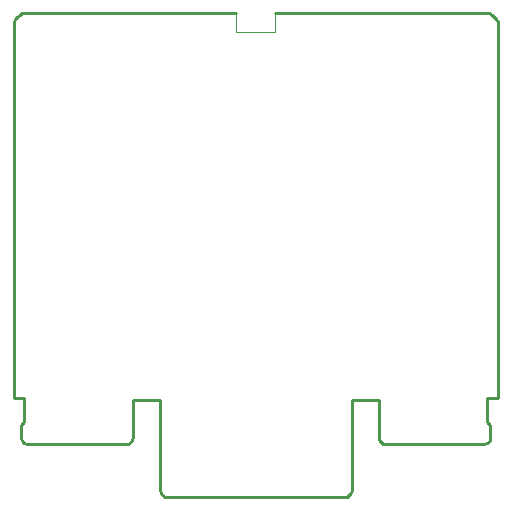
<source format=gm1>
G04 #@! TF.GenerationSoftware,KiCad,Pcbnew,8.0.1*
G04 #@! TF.CreationDate,2024-04-27T09:51:47+09:30*
G04 #@! TF.ProjectId,hawk,6861776b-2e6b-4696-9361-645f70636258,1*
G04 #@! TF.SameCoordinates,Original*
G04 #@! TF.FileFunction,Profile,NP*
%FSLAX46Y46*%
G04 Gerber Fmt 4.6, Leading zero omitted, Abs format (unit mm)*
G04 Created by KiCad (PCBNEW 8.0.1) date 2024-04-27 09:51:47*
%MOMM*%
%LPD*%
G01*
G04 APERTURE LIST*
G04 #@! TA.AperFunction,Profile*
%ADD10C,0.254000*%
G04 #@! TD*
G04 #@! TA.AperFunction,Profile*
%ADD11C,0.100000*%
G04 #@! TD*
G04 APERTURE END LIST*
D10*
X146976300Y-81876500D02*
X129145500Y-81876500D01*
X159431300Y-118328900D02*
X159670500Y-118376500D01*
X128817000Y-118126500D02*
X129000000Y-118309500D01*
X138197900Y-117990700D02*
X138245500Y-117751500D01*
D11*
X150276300Y-81876500D02*
X150276300Y-83439000D01*
D10*
X169145500Y-114476500D02*
X168245500Y-114476500D01*
X168000000Y-118376500D02*
X168250000Y-118309500D01*
X128438400Y-82169400D02*
X128279500Y-82376500D01*
X168433000Y-118126500D02*
X168500000Y-117876500D01*
X169111400Y-82617700D02*
X169011500Y-82376500D01*
X168000000Y-118376500D02*
X159670500Y-118376500D01*
X128279500Y-82376500D02*
X128179600Y-82617700D01*
X137859700Y-118328900D02*
X138062400Y-118193400D01*
X128179600Y-82617700D02*
X128145500Y-82876500D01*
X159228600Y-118193400D02*
X159431300Y-118328900D01*
X129000000Y-118309500D02*
X129250000Y-118376500D01*
X138062400Y-118193400D02*
X138197900Y-117990700D01*
X140535500Y-114626500D02*
X138258000Y-114626500D01*
X140718600Y-122693400D02*
X140921300Y-122828900D01*
X168645500Y-82010500D02*
X168404300Y-81910600D01*
X140921300Y-122828900D02*
X141160500Y-122876500D01*
X168245500Y-114476500D02*
X168245500Y-116476500D01*
X156572400Y-122693400D02*
X156707900Y-122490700D01*
X156130500Y-122876500D02*
X141160500Y-122876500D01*
X168250000Y-118309500D02*
X168433000Y-118126500D01*
X156707900Y-122490700D02*
X156755500Y-122251500D01*
X137620500Y-118376500D02*
X137859700Y-118328900D01*
X137620500Y-118376500D02*
X129250000Y-118376500D01*
X140583100Y-122490700D02*
X140718600Y-122693400D01*
X159045500Y-114626500D02*
X159045500Y-117751500D01*
X128645500Y-82010500D02*
X128438400Y-82169400D01*
X129145500Y-81876500D02*
X128886700Y-81910600D01*
X129045500Y-116476500D02*
X128750000Y-116789200D01*
X168500000Y-116789200D02*
X168245500Y-116476500D01*
X168145500Y-81876500D02*
X150276300Y-81876500D01*
X156130500Y-122876500D02*
X156369700Y-122828900D01*
X140535500Y-122251500D02*
X140583100Y-122490700D01*
X129045500Y-114476500D02*
X129045500Y-116476500D01*
X168404300Y-81910600D02*
X168145500Y-81876500D01*
X168852600Y-82169400D02*
X168645500Y-82010500D01*
X128886700Y-81910600D02*
X128645500Y-82010500D01*
X128145500Y-82876500D02*
X128145500Y-114476500D01*
D11*
X150276300Y-83439000D02*
X146976300Y-83439000D01*
D10*
X128750000Y-117876500D02*
X128817000Y-118126500D01*
D11*
X146976300Y-83439000D02*
X146976300Y-81876500D01*
D10*
X156369700Y-122828900D02*
X156572400Y-122693400D01*
X138258000Y-114626500D02*
X138245500Y-117751500D01*
X159045500Y-114626500D02*
X156755500Y-114626500D01*
X129045500Y-114476500D02*
X128145500Y-114476500D01*
X128750000Y-116789200D02*
X128750000Y-117876500D01*
X156755500Y-114626500D02*
X156755500Y-122251500D01*
X140535500Y-114626500D02*
X140535500Y-122251500D01*
X169145500Y-82876500D02*
X169111400Y-82617700D01*
X159093100Y-117990700D02*
X159228600Y-118193400D01*
X169145500Y-82876500D02*
X169145500Y-114476500D01*
X168500000Y-116789200D02*
X168500000Y-117876500D01*
X169011500Y-82376500D02*
X168852600Y-82169400D01*
X159045500Y-117751500D02*
X159093100Y-117990700D01*
M02*

</source>
